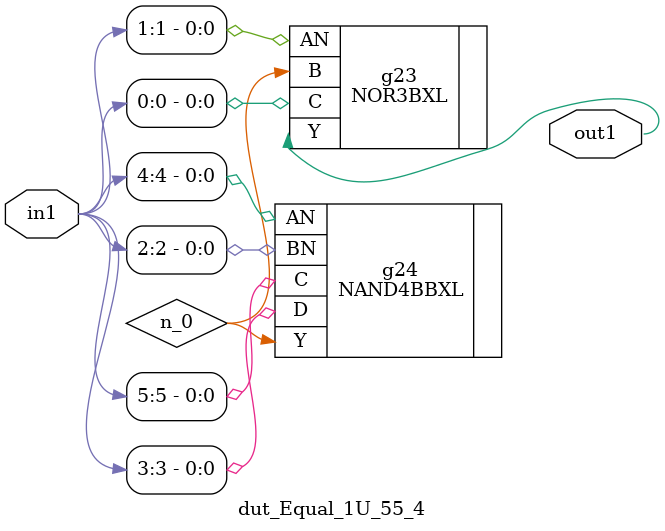
<source format=v>
`timescale 1ps / 1ps


module dut_Equal_1U_55_4(in1, out1);
  input [5:0] in1;
  output out1;
  wire [5:0] in1;
  wire out1;
  wire n_0;
  NOR3BXL g23(.AN (in1[1]), .B (n_0), .C (in1[0]), .Y (out1));
  NAND4BBXL g24(.AN (in1[4]), .BN (in1[2]), .C (in1[5]), .D (in1[3]),
       .Y (n_0));
endmodule



</source>
